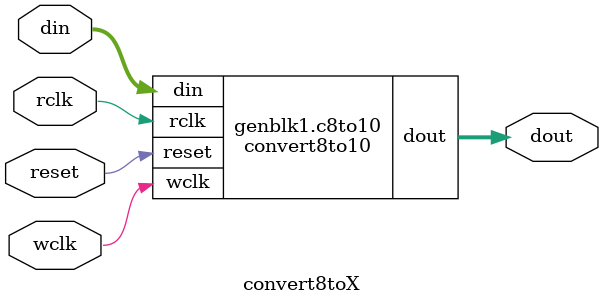
<source format=v>
module convert8to12
(
    input  wire        reset,   // Reset line
    input  wire        wclk,    // write clock
    input  wire        bitslip, // Bitslip control line
    input  wire        rclk,    // read clock
    input  wire        din,     // Input from LVDS receiver pin
    output wire [11:0] dout     // Output data
);

reg [11:0] sel;
reg [11:0] wrt;
reg [11:0] _curr;
reg [11:0] _last;
reg [23:0] _dout;

assign dout = _dout[23:12];

always @ (posedge wclk or posedge reset)
begin
    if (reset == 1'b1) begin
        wrt   <= 12'b000000000001;
        _curr <= 12'b0;
    end
    else begin
        case(wrt)
        12'b000000000001 : _curr[11] <= din;
        12'b000000000010 : _curr[10] <= din;
        12'b000000000100 : _curr[9]  <= din;
        12'b000000001000 : _curr[8]  <= din;
        12'b000000010000 : _curr[7]  <= din;
        12'b000000100000 : _curr[6]  <= din;
        12'b000001000000 : _curr[5]  <= din;
        12'b000010000000 : _curr[4]  <= din;
        12'b000100000000 : _curr[3]  <= din;
        12'b001000000000 : _curr[2]  <= din;
        12'b010000000000 : _curr[1]  <= din;
        12'b100000000000 : _curr[0]  <= din;
        default:           _curr[11] <= din;
        endcase
        wrt <= {wrt[10:0], wrt[11]};
    end
end

always @ (posedge rclk or posedge reset)
begin
    if (reset == 1'b1) begin
        sel   <= 12'b000000000001;
        _last <= 12'b0;
        _dout <= 24'b0;
    end
    else begin
        case(sel)
        12'b000000000001 : _dout[11:0] <= _last;
        12'b000000000010 : _dout[11:0] <= {_last[10:0], _curr[11]};
        12'b000000000100 : _dout[11:0] <= {_last[9:0],  _curr[11:10]};
        12'b000000001000 : _dout[11:0] <= {_last[8:0],  _curr[11:9]};
        12'b000000010000 : _dout[11:0] <= {_last[7:0],  _curr[11:8]};
        12'b000000100000 : _dout[11:0] <= {_last[6:0],  _curr[11:7]};
        12'b000001000000 : _dout[11:0] <= {_last[5:0],  _curr[11:6]};
        12'b000010000000 : _dout[11:0] <= {_last[4:0],  _curr[11:5]};
        12'b000100000000 : _dout[11:0] <= {_last[3:0],  _curr[11:4]};
        12'b001000000000 : _dout[11:0] <= {_last[2:0],  _curr[11:3]};
        12'b010000000000 : _dout[11:0] <= {_last[1:0],  _curr[11:2]};
        12'b100000000000 : _dout[11:0] <= {_last[0],    _curr[11:1]};
        default : _dout[11:0] <= _last;
        endcase
        if (bitslip == 1'b1)
        begin
            sel <= {sel[10:0], sel[11]};
        end
        _last <= _curr;
        _dout[23:12] <= _dout[11:0];
    end
end
endmodule

module convert8to10
(
    input  wire       reset,   // Reset line
    input  wire       wclk,    // write clock
    input  wire       rclk,    // read clock
    input  wire [3:0] din,     // Input from LVDS receiver pin
    output wire [9:0] dout     // Output data
);

reg [39:0] dbuf;
reg [3:0] wrt;
reg [3:0] rd;
reg [9:0] _dout;

assign dout = _dout;

always @ (posedge wclk or posedge reset)
begin
    if (reset == 1'b1) begin
        wrt  <= 4'd0;
        dbuf <= 40'd0;
    end
    else begin
        case(wrt)
        4'd0: begin
            dbuf[3:0]   <= din;
            wrt <= 4'd1;
        end
        4'd1: begin
            dbuf[7:4]  <= din;
            wrt <= 4'd2;
        end
        4'd2: begin
            dbuf[11:8] <= din;
            wrt <= 4'd3;
        end
        4'd3: begin
            dbuf[15:12] <= din;
            wrt <= 4'd4;
        end
        4'd4: begin
            dbuf[19:16] <= din;
            wrt <= 4'd5;
        end
        4'd5: begin
            dbuf[23:20] <= din;
            wrt <= 4'd6;
        end
        4'd6: begin
            dbuf[27:24] <= din;
            wrt <= 4'd7;
        end
        4'd7: begin
            dbuf[31:28] <= din;
            wrt <= 4'd8;
        end
        4'd8: begin
            dbuf[35:32] <= din;
            wrt <= 4'd9;
        end
        4'd9: begin
            dbuf[39:36] <= din;
            wrt <= 4'd0;
        end
        default: begin
            dbuf[3:0] <= din;
            wrt <= 4'd1;
        end
        endcase
    end
end

always @ (posedge rclk or posedge reset)
begin
    if (reset == 1'b1) begin
        rd   <= 4'b0100;
        _dout <= 10'b0;
    end
    else begin
        case(rd)
        4'b0001 : _dout[9:0] <= dbuf[9:0];
        4'b0010 : _dout[9:0] <= dbuf[19:10];
        4'b0100 : _dout[9:0] <= dbuf[29:20];
        4'b1000 : _dout[9:0] <= dbuf[39:30];
        default : _dout[9:0] <= dbuf[9:0];
        endcase
        rd <= {rd[2:0], rd[3]};
    end
end
endmodule

module convert8toX # (
    parameter DATAWIDTH = 10
)
(
    input  wire                 reset,   // Reset line
    input  wire                 wclk,     // write clock
    input  wire                 rclk,    // read clock
    input  wire [3:0]           din,     // Input from LVDS receiver pin
    output wire [DATAWIDTH-1:0] dout     // Output data
);

generate
case(DATAWIDTH)
//12: convert8to12 c8to12(.reset(reset), .wclk(wclk), .bitslip(bitslip), .rclk(rclk), .din(din), .dout(dout));
10: convert8to10 c8to10(.reset(reset), .wclk(wclk), .rclk(rclk), .din(din), .dout(dout));
endcase
endgenerate
endmodule

</source>
